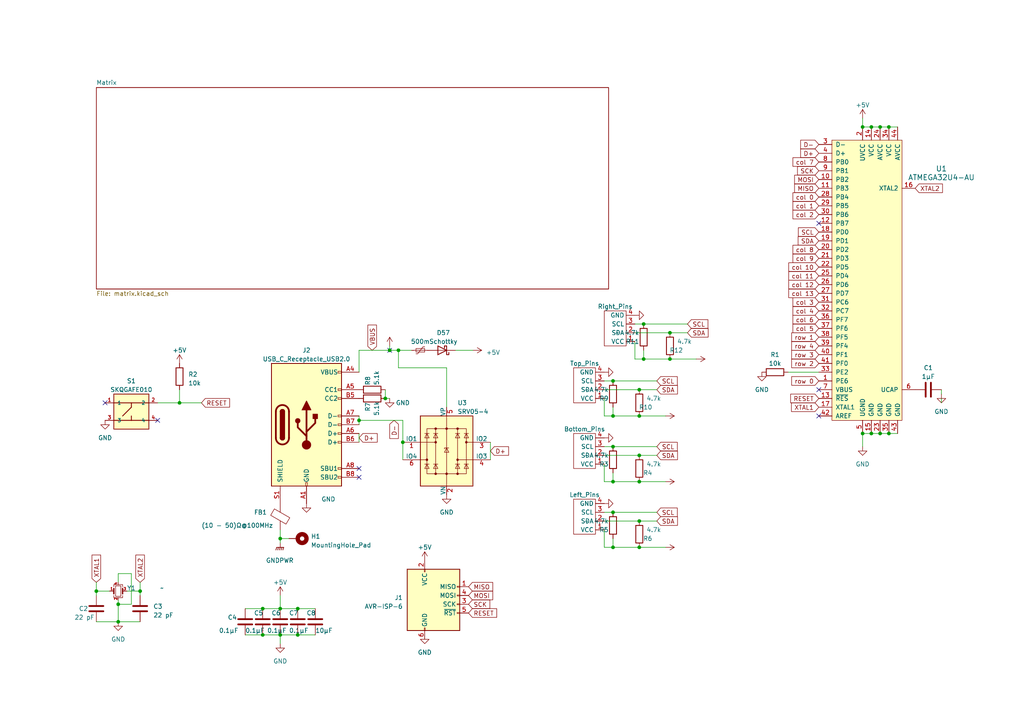
<source format=kicad_sch>
(kicad_sch (version 20230121) (generator eeschema)
  (paper "A4")
  (title_block (title " Keyflex QWERTY [P.O.D] (C) Rithul K") (date "2023-06-09") (rev "v 1.0.0"))
  (lib_symbols
    (symbol "Connector:AVR-ISP-6" (pin_names (offset 1.016))
      (property "Reference" "J" (at -6.35 11.43 0))
      (property "Value" "AVR-ISP-6" (at 0 11.43 0))
      (symbol "AVR-ISP-6_0_1"
        (rectangle (start -2.667 -6.858) (end -2.413 -7.62))
        (rectangle (start -2.667 10.16) (end -2.413 9.398))
        (rectangle (start 7.62 -2.413) (end 6.858 -2.667))
        (rectangle (start 7.62 0.127) (end 6.858 -0.127))
        (rectangle (start 7.62 2.667) (end 6.858 2.413))
        (rectangle (start 7.62 5.207) (end 6.858 4.953))
        (rectangle (start 7.62 10.16) (end -7.62 -7.62) (stroke (width 0.254)) (fill (type background)))
      )
      (symbol "AVR-ISP-6_1_1"
        (pin passive line (at 10.16 5.08 180) (length 2.54) (name "MISO") (number "1"))
        (pin passive line (at -2.54 12.7 270) (length 2.54) (name "VCC") (number "2"))
        (pin passive line (at 10.16 0 180) (length 2.54) (name "SCK") (number "3"))
        (pin passive line (at 10.16 2.54 180) (length 2.54) (name "MOSI") (number "4"))
        (pin passive line (at 10.16 -2.54 180) (length 2.54) (name "~{RST}") (number "5"))
        (pin passive line (at -2.54 -10.16 90) (length 2.54) (name "GND") (number "6"))
      )
    )
    (symbol "Connector:USB_C_Receptacle_USB2.0" (pin_names (offset 1.016))
      (property "Reference" "J" (at -10.16 19.05 0))
      (property "Value" "USB_C_Receptacle_USB2.0" (at 19.05 19.05 0))
      (symbol "USB_C_Receptacle_USB2.0_0_0"
        (rectangle (start -0.254 -17.78) (end 0.254 -16.764))
        (rectangle (start 10.16 -14.986) (end 9.144 -15.494))
        (rectangle (start 10.16 -12.446) (end 9.144 -12.954))
        (rectangle (start 10.16 -4.826) (end 9.144 -5.334))
        (rectangle (start 10.16 -2.286) (end 9.144 -2.794))
        (rectangle (start 10.16 0.254) (end 9.144 -0.254))
        (rectangle (start 10.16 2.794) (end 9.144 2.286))
        (rectangle (start 10.16 7.874) (end 9.144 7.366))
        (rectangle (start 10.16 10.414) (end 9.144 9.906))
        (rectangle (start 10.16 15.494) (end 9.144 14.986))
      )
      (symbol "USB_C_Receptacle_USB2.0_0_1"
        (rectangle (start -10.16 17.78) (end 10.16 -17.78) (stroke (width 0.254)) (fill (type background)))
        (arc (start -8.89 -3.81) (mid -6.985 -5.7067) (end -5.08 -3.81) (stroke (width 0.508)))
        (arc (start -7.62 -3.81) (mid -6.985 -4.4423) (end -6.35 -3.81) (stroke (width 0.254)))
        (arc (start -7.62 -3.81) (mid -6.985 -4.4423) (end -6.35 -3.81) (stroke (width 0.254)) (fill (type outline)))
        (rectangle (start -7.62 -3.81) (end -6.35 3.81) (stroke (width 0.254)) (fill (type outline)))
        (arc (start -6.35 3.81) (mid -6.985 4.4423) (end -7.62 3.81) (stroke (width 0.254)))
        (arc (start -6.35 3.81) (mid -6.985 4.4423) (end -7.62 3.81) (stroke (width 0.254)) (fill (type outline)))
        (arc (start -5.08 3.81) (mid -6.985 5.7067) (end -8.89 3.81) (stroke (width 0.508)))
        (circle (center -2.54 1.143) (radius 0.635) (stroke (width 0.254)) (fill (type outline)))
        (circle (center 0 -5.842) (radius 1.27) (fill (type outline)))
        (polyline (pts (xy -8.89 -3.81) (xy -8.89 3.81)) (stroke (width 0.508)))
        (polyline (pts (xy -5.08 3.81) (xy -5.08 -3.81)) (stroke (width 0.508)))
        (polyline (pts (xy 0 -5.842) (xy 0 4.318)) (stroke (width 0.508)))
        (polyline (pts (xy 0 -3.302) (xy -2.54 -0.762) (xy -2.54 0.508)) (stroke (width 0.508)))
        (polyline (pts (xy 0 -2.032) (xy 2.54 0.508) (xy 2.54 1.778)) (stroke (width 0.508)))
        (polyline (pts (xy -1.27 4.318) (xy 0 6.858) (xy 1.27 4.318) (xy -1.27 4.318)) (stroke (width 0.254)) (fill (type outline)))
        (rectangle (start 1.905 1.778) (end 3.175 3.048) (stroke (width 0.254)) (fill (type outline)))
      )
      (symbol "USB_C_Receptacle_USB2.0_1_1"
        (pin passive line (at 0 -22.86 90) (length 5.08) (name "GND") (number "A1"))
        (pin passive line (at 0 -22.86 90) (length 5.08) hide (name "GND") (number "A12"))
        (pin passive line (at 15.24 15.24 180) (length 5.08) (name "VBUS") (number "A4"))
        (pin bidirectional line (at 15.24 10.16 180) (length 5.08) (name "CC1") (number "A5"))
        (pin bidirectional line (at 15.24 -2.54 180) (length 5.08) (name "D+") (number "A6"))
        (pin bidirectional line (at 15.24 2.54 180) (length 5.08) (name "D-") (number "A7"))
        (pin bidirectional line (at 15.24 -12.7 180) (length 5.08) (name "SBU1") (number "A8"))
        (pin passive line (at 15.24 15.24 180) (length 5.08) hide (name "VBUS") (number "A9"))
        (pin passive line (at 0 -22.86 90) (length 5.08) hide (name "GND") (number "B1"))
        (pin passive line (at 0 -22.86 90) (length 5.08) hide (name "GND") (number "B12"))
        (pin passive line (at 15.24 15.24 180) (length 5.08) hide (name "VBUS") (number "B4"))
        (pin bidirectional line (at 15.24 7.62 180) (length 5.08) (name "CC2") (number "B5"))
        (pin bidirectional line (at 15.24 -5.08 180) (length 5.08) (name "D+") (number "B6"))
        (pin bidirectional line (at 15.24 0 180) (length 5.08) (name "D-") (number "B7"))
        (pin bidirectional line (at 15.24 -15.24 180) (length 5.08) (name "SBU2") (number "B8"))
        (pin passive line (at 15.24 15.24 180) (length 5.08) hide (name "VBUS") (number "B9"))
        (pin passive line (at -7.62 -22.86 90) (length 5.08) (name "SHIELD") (number "S1"))
      )
    )
    (symbol "Device:C" (pin_numbers hide) (pin_names (offset 0.254))
      (property "Reference" "C" (at 0.635 2.54 0))
      (property "Value" "C" (at 0.635 -2.54 0))
      (symbol "C_0_1"
        (polyline (pts (xy -2.032 -0.762) (xy 2.032 -0.762)) (stroke (width 0.508)))
        (polyline (pts (xy -2.032 0.762) (xy 2.032 0.762)) (stroke (width 0.508)))
      )
      (symbol "C_1_1"
        (pin passive line (at 0 3.81 270) (length 2.794) (name "~") (number "1"))
        (pin passive line (at 0 -3.81 90) (length 2.794) (name "~") (number "2"))
      )
    )
    (symbol "Device:Crystal_GND24_Small" (pin_names (offset 1.016) hide)
      (property "Reference" "Y" (at 1.27 4.445 0))
      (property "Value" "Crystal_GND24_Small" (at 1.27 2.54 0))
      (symbol "Crystal_GND24_Small_0_1"
        (rectangle (start -0.762 -1.524) (end 0.762 1.524))
        (polyline (pts (xy -1.27 -0.762) (xy -1.27 0.762)) (stroke (width 0.381)))
        (polyline (pts (xy 1.27 -0.762) (xy 1.27 0.762)) (stroke (width 0.381)))
        (polyline (pts (xy -1.27 -1.27) (xy -1.27 -1.905) (xy 1.27 -1.905) (xy 1.27 -1.27)))
        (polyline (pts (xy -1.27 1.27) (xy -1.27 1.905) (xy 1.27 1.905) (xy 1.27 1.27)))
      )
      (symbol "Crystal_GND24_Small_1_1"
        (pin passive line (at -2.54 0 0) (length 1.27) (name "1") (number "1"))
        (pin passive line (at 0 -2.54 90) (length 0.635) (name "2") (number "2"))
        (pin passive line (at 2.54 0 180) (length 1.27) (name "3") (number "3"))
        (pin passive line (at 0 2.54 270) (length 0.635) (name "4") (number "4"))
      )
    )
    (symbol "Device:D_Schottky" (pin_numbers hide) (pin_names (offset 1.016) hide)
      (property "Reference" "D" (at 0 2.54 0))
      (property "Value" "D_Schottky" (at 0 -2.54 0))
      (symbol "D_Schottky_0_1"
        (polyline (pts (xy 1.27 0) (xy -1.27 0)))
        (polyline (pts (xy 1.27 1.27) (xy 1.27 -1.27) (xy -1.27 0) (xy 1.27 1.27)) (stroke (width 0.254)))
        (polyline (pts (xy -1.905 0.635) (xy -1.905 1.27) (xy -1.27 1.27) (xy -1.27 -1.27) (xy -0.635 -1.27) (xy -0.635 -0.635)) (stroke (width 0.254)))
      )
      (symbol "D_Schottky_1_1"
        (pin passive line (at -3.81 0 0) (length 2.54) (name "K") (number "1"))
        (pin passive line (at 3.81 0 180) (length 2.54) (name "A") (number "2"))
      )
    )
    (symbol "Device:FerriteBead" (pin_numbers hide) (pin_names (offset 0))
      (property "Reference" "FB" (at -3.81 0.635 90))
      (property "Value" "FerriteBead" (at 3.81 0 90))
      (symbol "FerriteBead_0_1"
        (polyline (pts (xy 0 -1.27) (xy 0 -1.2192)))
        (polyline (pts (xy 0 1.27) (xy 0 1.2954)))
        (polyline (pts (xy -2.7686 0.4064) (xy -1.7018 2.2606) (xy 2.7686 -0.3048) (xy 1.6764 -2.159) (xy -2.7686 0.4064)))
      )
      (symbol "FerriteBead_1_1"
        (pin passive line (at 0 3.81 270) (length 2.54) (name "~") (number "1"))
        (pin passive line (at 0 -3.81 90) (length 2.54) (name "~") (number "2"))
      )
    )
    (symbol "Device:Polyfuse_Small" (pin_numbers hide) (pin_names (offset 0))
      (property "Reference" "F" (at -1.905 0 90))
      (property "Value" "Polyfuse_Small" (at 1.905 0 90))
      (symbol "Polyfuse_Small_0_1"
        (rectangle (start -0.508 1.27) (end 0.508 -1.27))
        (polyline (pts (xy 0 2.54) (xy 0 -2.54)))
        (polyline (pts (xy -1.016 1.27) (xy -1.016 0.762) (xy 1.016 -0.762) (xy 1.016 -1.27)))
      )
      (symbol "Polyfuse_Small_1_1"
        (pin passive line (at 0 2.54 270) (length 0.635) (name "~") (number "1"))
        (pin passive line (at 0 -2.54 90) (length 0.635) (name "~") (number "2"))
      )
    )
    (symbol "Device:R" (pin_numbers hide) (pin_names (offset 0))
      (property "Reference" "R" (at 2.032 0 90))
      (property "Value" "R" (at 0 0 90))
      (symbol "R_0_1"
        (rectangle (start -1.016 -2.54) (end 1.016 2.54) (stroke (width 0.254)))
      )
      (symbol "R_1_1"
        (pin passive line (at 0 3.81 270) (length 1.27) (name "~") (number "1"))
        (pin passive line (at 0 -3.81 90) (length 1.27) (name "~") (number "2"))
      )
    )
    (symbol "Mechanical:MountingHole_Pad" (pin_numbers hide) (pin_names (offset 1.016) hide)
      (property "Reference" "H" (at 0 6.35 0))
      (property "Value" "MountingHole_Pad" (at 0 4.445 0))
      (symbol "MountingHole_Pad_0_1"
        (circle (center 0 1.27) (radius 1.27) (stroke (width 1.27)))
      )
      (symbol "MountingHole_Pad_1_1"
        (pin input line (at 0 -2.54 90) (length 2.54) (name "1") (number "1"))
      )
    )
    (symbol "SKQGAFE010:SKQGAFE010" (pin_names (offset 1.016))
      (property "Reference" "S" (at -5.0865 5.3408 0))
      (property "Value" "SKQGAFE010" (at -5.0819 -7.6228 0))
      (symbol "SKQGAFE010_0_0"
        (rectangle (start -5.08 -5.08) (end 5.08 5.08) (stroke (width 0.254)) (fill (type background)))
        (polyline (pts (xy -5.08 -2.54) (xy 0 -2.54)) (stroke (width 0.254)))
        (polyline (pts (xy -5.08 2.54) (xy 0 2.54)) (stroke (width 0.254)))
        (polyline (pts (xy 0 -2.54) (xy 0 -1.27)) (stroke (width 0.254)))
        (polyline (pts (xy 0 -2.54) (xy 5.08 -2.54)) (stroke (width 0.254)))
        (polyline (pts (xy 0 1.27) (xy -2.54 -1.27)) (stroke (width 0.254)))
        (polyline (pts (xy 0 2.54) (xy 0 1.27)) (stroke (width 0.254)))
        (polyline (pts (xy 0 2.54) (xy 5.08 2.54)) (stroke (width 0.254)))
        (pin passive line (at -7.62 2.54 0) (length 2.54) (name "1") (number "1"))
        (pin passive line (at 7.62 2.54 180) (length 2.54) (name "2") (number "2"))
        (pin passive line (at -7.62 -2.54 0) (length 2.54) (name "3") (number "3"))
        (pin passive line (at 7.62 -2.54 180) (length 2.54) (name "4") (number "4"))
      )
    )
    (symbol "dk_Embedded-Microcontrollers:ATMEGA32U4-AU" (pin_names (offset 1.016))
      (property "Reference" "U" (at -10.16 35.56 0))
      (property "Value" "ATMEGA32U4-AU" (at 6.35 -3.81 90))
      (symbol "ATMEGA32U4-AU_0_1"
        (rectangle (start -11.43 34.29) (end 8.89 -46.99) (fill (type background)))
      )
      (symbol "ATMEGA32U4-AU_1_1"
        (pin bidirectional line (at -15.24 -35.56 0) (length 3.81) (name "PE6") (number "1"))
        (pin bidirectional line (at -15.24 22.86 0) (length 3.81) (name "PB2") (number "10"))
        (pin bidirectional line (at -15.24 20.32 0) (length 3.81) (name "PB3") (number "11"))
        (pin bidirectional line (at -15.24 10.16 0) (length 3.81) (name "PB7") (number "12"))
        (pin input line (at -15.24 -40.64 0) (length 3.81) (name "~{RES}") (number "13"))
        (pin power_in line (at 0 38.1 270) (length 3.81) (name "VCC") (number "14"))
        (pin power_in line (at 0 -50.8 90) (length 3.81) (name "GND") (number "15"))
        (pin output line (at 12.7 20.32 180) (length 3.81) (name "XTAL2") (number "16"))
        (pin input line (at -15.24 -43.18 0) (length 3.81) (name "XTAL1") (number "17"))
        (pin bidirectional line (at -15.24 7.62 0) (length 3.81) (name "PD0") (number "18"))
        (pin bidirectional line (at -15.24 5.08 0) (length 3.81) (name "PD1") (number "19"))
        (pin power_in line (at -2.54 38.1 270) (length 3.81) (name "UVCC") (number "2"))
        (pin bidirectional line (at -15.24 2.54 0) (length 3.81) (name "PD2") (number "20"))
        (pin bidirectional line (at -15.24 0 0) (length 3.81) (name "PD3") (number "21"))
        (pin bidirectional line (at -15.24 -2.54 0) (length 3.81) (name "PD5") (number "22"))
        (pin power_in line (at 2.54 -50.8 90) (length 3.81) (name "GND") (number "23"))
        (pin power_in line (at 2.54 38.1 270) (length 3.81) (name "AVCC") (number "24"))
        (pin bidirectional line (at -15.24 -5.08 0) (length 3.81) (name "PD4") (number "25"))
        (pin bidirectional line (at -15.24 -7.62 0) (length 3.81) (name "PD6") (number "26"))
        (pin bidirectional line (at -15.24 -10.16 0) (length 3.81) (name "PD7") (number "27"))
        (pin bidirectional line (at -15.24 17.78 0) (length 3.81) (name "PB4") (number "28"))
        (pin bidirectional line (at -15.24 15.24 0) (length 3.81) (name "PB5") (number "29"))
        (pin bidirectional line (at -15.24 33.02 0) (length 3.81) (name "D-") (number "3"))
        (pin bidirectional line (at -15.24 12.7 0) (length 3.81) (name "PB6") (number "30"))
        (pin bidirectional line (at -15.24 -12.7 0) (length 3.81) (name "PC6") (number "31"))
        (pin bidirectional line (at -15.24 -15.24 0) (length 3.81) (name "PC7") (number "32"))
        (pin bidirectional line (at -15.24 -33.02 0) (length 3.81) (name "PE2") (number "33"))
        (pin power_in line (at 5.08 38.1 270) (length 3.81) (name "VCC") (number "34"))
        (pin power_in line (at 5.08 -50.8 90) (length 3.81) (name "GND") (number "35"))
        (pin bidirectional line (at -15.24 -17.78 0) (length 3.81) (name "PF7") (number "36"))
        (pin bidirectional line (at -15.24 -20.32 0) (length 3.81) (name "PF6") (number "37"))
        (pin bidirectional line (at -15.24 -22.86 0) (length 3.81) (name "PF5") (number "38"))
        (pin bidirectional line (at -15.24 -25.4 0) (length 3.81) (name "PF4") (number "39"))
        (pin bidirectional line (at -15.24 30.48 0) (length 3.81) (name "D+") (number "4"))
        (pin bidirectional line (at -15.24 -27.94 0) (length 3.81) (name "PF1") (number "40"))
        (pin bidirectional line (at -15.24 -30.48 0) (length 3.81) (name "PF0") (number "41"))
        (pin input line (at -15.24 -45.72 0) (length 3.81) (name "AREF") (number "42"))
        (pin power_in line (at 7.62 -50.8 90) (length 3.81) (name "GND") (number "43"))
        (pin power_in line (at 7.62 38.1 270) (length 3.81) (name "AVCC") (number "44"))
        (pin power_in line (at -2.54 -50.8 90) (length 3.81) (name "UGND") (number "5"))
        (pin unspecified line (at 12.7 -38.1 180) (length 3.81) (name "UCAP") (number "6"))
        (pin input line (at -15.24 -38.1 0) (length 3.81) (name "VBUS") (number "7"))
        (pin bidirectional line (at -15.24 27.94 0) (length 3.81) (name "PB0") (number "8"))
        (pin bidirectional line (at -15.24 25.4 0) (length 3.81) (name "PB1") (number "9"))
      )
    )
    (symbol "local:HTP-CON-M411PR-M"
      (property "Reference" "U" (at 0 -8.89 0))
      (symbol "HTP-CON-M411PR-M_0_1"
        (rectangle (start -2.54 3.81) (end 3.81 -6.35))
      )
      (symbol "HTP-CON-M411PR-M_1_1"
        (pin bidirectional line (at -5.08 2.54 0) (length 2.54) (name "VCC") (number "1"))
        (pin bidirectional line (at -5.08 0 0) (length 2.54) (name "SDA") (number "2"))
        (pin bidirectional line (at -5.08 -2.54 0) (length 2.54) (name "SCL") (number "3"))
        (pin bidirectional line (at -5.08 -5.08 0) (length 2.54) (name "GND") (number "4"))
      )
    )
    (symbol "marbastlib-various:SRV05-4" (pin_names (offset 0))
      (property "Reference" "U" (at -5.08 11.43 0))
      (property "Value" "SRV05-4" (at 2.54 11.43 0))
      (symbol "SRV05-4_0_0"
        (rectangle (start -5.715 6.477) (end 5.715 -6.604))
        (polyline (pts (xy -3.175 -6.604) (xy -3.175 6.477)))
        (polyline (pts (xy 3.175 6.477) (xy 3.175 -6.604)))
      )
      (symbol "SRV05-4_0_1"
        (rectangle (start -7.62 10.16) (end 7.62 -10.16) (stroke (width 0.254)) (fill (type background)))
        (circle (center -5.715 -2.54) (radius 0.2794) (fill (type outline)))
        (circle (center -3.175 -6.604) (radius 0.2794) (fill (type outline)))
        (circle (center -3.175 2.54) (radius 0.2794) (fill (type outline)))
        (circle (center -3.175 6.477) (radius 0.2794) (fill (type outline)))
        (circle (center 0 -6.604) (radius 0.2794) (fill (type outline)))
        (polyline (pts (xy -7.747 2.54) (xy -3.175 2.54)))
        (polyline (pts (xy -7.62 -2.54) (xy -5.715 -2.54)))
        (polyline (pts (xy -5.08 -3.81) (xy -6.35 -3.81)))
        (polyline (pts (xy -5.08 5.08) (xy -6.35 5.08)))
        (polyline (pts (xy -2.54 -3.81) (xy -3.81 -3.81)))
        (polyline (pts (xy -2.54 5.08) (xy -3.81 5.08)))
        (polyline (pts (xy 0 10.16) (xy 0 -10.16)))
        (polyline (pts (xy 3.81 -3.81) (xy 2.54 -3.81)))
        (polyline (pts (xy 3.81 5.08) (xy 2.54 5.08)))
        (polyline (pts (xy 6.35 -3.81) (xy 5.08 -3.81)))
        (polyline (pts (xy 6.35 5.08) (xy 5.08 5.08)))
        (polyline (pts (xy 7.62 -2.54) (xy 3.175 -2.54)))
        (polyline (pts (xy 7.62 2.54) (xy 5.715 2.54)))
        (polyline (pts (xy 0.635 0.889) (xy -0.635 0.889) (xy -0.635 0.635)))
        (polyline (pts (xy -5.08 -5.08) (xy -6.35 -5.08) (xy -5.715 -3.81) (xy -5.08 -5.08)))
        (polyline (pts (xy -5.08 3.81) (xy -6.35 3.81) (xy -5.715 5.08) (xy -5.08 3.81)))
        (polyline (pts (xy -2.54 -5.08) (xy -3.81 -5.08) (xy -3.175 -3.81) (xy -2.54 -5.08)))
        (polyline (pts (xy -2.54 3.81) (xy -3.81 3.81) (xy -3.175 5.08) (xy -2.54 3.81)))
        (polyline (pts (xy 0.635 -0.381) (xy -0.635 -0.381) (xy 0 0.889) (xy 0.635 -0.381)))
        (polyline (pts (xy 3.81 -5.08) (xy 2.54 -5.08) (xy 3.175 -3.81) (xy 3.81 -5.08)))
        (polyline (pts (xy 3.81 3.81) (xy 2.54 3.81) (xy 3.175 5.08) (xy 3.81 3.81)))
        (polyline (pts (xy 6.35 -5.08) (xy 5.08 -5.08) (xy 5.715 -3.81) (xy 6.35 -5.08)))
        (polyline (pts (xy 6.35 3.81) (xy 5.08 3.81) (xy 5.715 5.08) (xy 6.35 3.81)))
        (circle (center 0 6.477) (radius 0.2794) (fill (type outline)))
        (circle (center 3.175 -6.604) (radius 0.2794) (fill (type outline)))
        (circle (center 3.175 -2.54) (radius 0.2794) (fill (type outline)))
        (circle (center 3.175 6.477) (radius 0.2794) (fill (type outline)))
        (circle (center 5.715 2.54) (radius 0.2794) (fill (type outline)))
      )
      (symbol "SRV05-4_1_1"
        (pin passive line (at -12.7 2.54 0) (length 5.08) (name "IO1") (number "1"))
        (pin passive line (at 0 -12.7 90) (length 2.54) (name "VN") (number "2"))
        (pin passive line (at 12.7 2.54 180) (length 5.08) (name "IO2") (number "3"))
        (pin passive line (at 12.7 -2.54 180) (length 5.08) (name "IO3") (number "4"))
        (pin passive line (at 0 12.7 270) (length 2.54) (name "VP") (number "5"))
        (pin passive line (at -12.7 -2.54 0) (length 5.08) (name "IO4") (number "6"))
      )
    )
    (symbol "power:+5V" (power) (pin_names (offset 0))
      (property "Value" "+5V" (at 0 3.556 0))
      (symbol "+5V_0_1"
        (polyline (pts (xy -0.762 1.27) (xy 0 2.54)))
        (polyline (pts (xy 0 0) (xy 0 2.54)))
        (polyline (pts (xy 0 2.54) (xy 0.762 1.27)))
      )
      (symbol "+5V_1_1"
        (pin power_in line (at 0 0 90) (length 0) hide (name "+5V") (number "1"))
      )
    )
    (symbol "power:GND" (power) (pin_names (offset 0))
      (property "Value" "GND" (at 0 -3.81 0))
      (symbol "GND_0_1"
        (polyline (pts (xy 0 0) (xy 0 -1.27) (xy 1.27 -1.27) (xy 0 -2.54) (xy -1.27 -1.27) (xy 0 -1.27)))
      )
      (symbol "GND_1_1"
        (pin power_in line (at 0 0 270) (length 0) hide (name "GND") (number "1"))
      )
    )
    (symbol "power:GNDPWR" (power) (pin_names (offset 0))
      (property "Value" "GNDPWR" (at 0 -3.302 0))
      (symbol "GNDPWR_0_1"
        (polyline (pts (xy 0 -1.27) (xy 0 0)))
        (polyline (pts (xy -1.016 -1.27) (xy -1.27 -2.032) (xy -1.27 -2.032)) (stroke (width 0.2032)))
        (polyline (pts (xy -0.508 -1.27) (xy -0.762 -2.032) (xy -0.762 -2.032)) (stroke (width 0.2032)))
        (polyline (pts (xy 0 -1.27) (xy -0.254 -2.032) (xy -0.254 -2.032)) (stroke (width 0.2032)))
        (polyline (pts (xy 0.508 -1.27) (xy 0.254 -2.032) (xy 0.254 -2.032)) (stroke (width 0.2032)))
        (polyline (pts (xy 1.016 -1.27) (xy -1.016 -1.27) (xy -1.016 -1.27)) (stroke (width 0.2032)))
        (polyline (pts (xy 1.016 -1.27) (xy 0.762 -2.032) (xy 0.762 -2.032) (xy 0.762 -2.032)) (stroke (width 0.2032)))
      )
      (symbol "GNDPWR_1_1"
        (pin power_in line (at 0 0 270) (length 0) hide (name "GNDPWR") (number "1"))
      )
    )
    (symbol "power:VCC" (power) (pin_names (offset 0))
      (property "Value" "VCC" (at 0 3.81 0))
      (symbol "VCC_0_1"
        (polyline (pts (xy -0.762 1.27) (xy 0 2.54)))
        (polyline (pts (xy 0 0) (xy 0 2.54)))
        (polyline (pts (xy 0 2.54) (xy 0.762 1.27)))
      )
      (symbol "VCC_1_1"
        (pin power_in line (at 0 0 90) (length 0) hide (name "VCC") (number "1"))
      )
    )
  )
  (junction (at 76.2 184.15))
  (junction (at 177.8 129.54))
  (junction (at 111.76 115.57))
  (junction (at 185.42 158.75))
  (junction (at 116.84 128.27))
  (junction (at 252.73 125.73))
  (junction (at 104.14 121.92))
  (junction (at 250.19 36.83))
  (junction (at 257.81 125.73))
  (junction (at 177.8 158.75))
  (junction (at 86.36 176.53))
  (junction (at 250.19 125.73))
  (junction (at 255.27 125.73))
  (junction (at 177.8 139.7))
  (junction (at 185.42 132.08))
  (junction (at 81.28 184.15))
  (junction (at 86.36 184.15))
  (junction (at 185.42 151.13))
  (junction (at 81.28 176.53))
  (junction (at 194.31 104.14))
  (junction (at 27.94 171.45))
  (junction (at 185.42 139.7))
  (junction (at 76.2 176.53))
  (junction (at 113.03 101.6))
  (junction (at 257.81 36.83))
  (junction (at 40.64 171.45))
  (junction (at 115.57 101.6))
  (junction (at 186.69 104.14))
  (junction (at 255.27 36.83))
  (junction (at 186.69 93.98))
  (junction (at 177.8 120.65))
  (junction (at 177.8 148.59))
  (junction (at 34.29 175.26))
  (junction (at 34.29 180.34))
  (junction (at 252.73 36.83))
  (junction (at 81.28 156.21))
  (junction (at 194.31 96.52))
  (junction (at 185.42 113.03))
  (junction (at 177.8 110.49))
  (junction (at 52.07 116.84))
  (junction (at 185.42 120.65))
  (no_connect (at 45.72 121.92))
  (no_connect (at 104.14 138.43))
  (no_connect (at 113.03 101.6))
  (no_connect (at 237.49 64.77))
  (no_connect (at 30.48 116.84))
  (no_connect (at 104.14 135.89))
  (no_connect (at 237.49 120.65))
  (no_connect (at 237.49 113.03))
  (wire (pts (xy 250.19 34.29) (xy 250.19 36.83)))
  (wire (pts (xy 76.2 184.15) (xy 81.28 184.15)))
  (wire (pts (xy 129.54 106.68) (xy 115.57 106.68)))
  (wire (pts (xy 255.27 125.73) (xy 257.81 125.73)))
  (wire (pts (xy 190.5 151.13) (xy 185.42 151.13)))
  (wire (pts (xy 81.28 184.15) (xy 86.36 184.15)))
  (wire (pts (xy 104.14 125.73) (xy 104.14 128.27)))
  (wire (pts (xy 113.03 101.6) (xy 115.57 101.6)))
  (wire (pts (xy 27.94 168.91) (xy 27.94 171.45)))
  (wire (pts (xy 185.42 158.75) (xy 177.8 158.75)))
  (wire (pts (xy 34.29 168.91) (xy 34.29 166.37)))
  (wire (pts (xy 123.19 185.42) (xy 123.19 184.15)))
  (wire (pts (xy 237.49 107.95) (xy 228.6 107.95)))
  (wire (pts (xy 52.07 116.84) (xy 45.72 116.84)))
  (wire (pts (xy 177.8 139.7) (xy 175.26 139.7)))
  (wire (pts (xy 81.28 156.21) (xy 81.28 153.67)))
  (wire (pts (xy 31.75 171.45) (xy 27.94 171.45)))
  (wire (pts (xy 34.29 175.26) (xy 34.29 180.34)))
  (wire (pts (xy 52.07 113.03) (xy 52.07 116.84)))
  (wire (pts (xy 129.54 118.11) (xy 129.54 106.68)))
  (wire (pts (xy 177.8 158.75) (xy 175.26 158.75)))
  (wire (pts (xy 104.14 121.92) (xy 104.14 123.19)))
  (wire (pts (xy 113.03 100.33) (xy 113.03 101.6)))
  (wire (pts (xy 177.8 120.65) (xy 177.8 118.11)))
  (wire (pts (xy 111.76 113.03) (xy 111.76 115.57)))
  (wire (pts (xy 193.04 158.75) (xy 185.42 158.75)))
  (wire (pts (xy 115.57 106.68) (xy 115.57 101.6)))
  (wire (pts (xy 104.14 120.65) (xy 104.14 121.92)))
  (wire (pts (xy 177.8 148.59) (xy 190.5 148.59)))
  (wire (pts (xy 86.36 176.53) (xy 91.44 176.53)))
  (wire (pts (xy 175.26 158.75) (xy 175.26 153.67)))
  (wire (pts (xy 175.26 151.13) (xy 185.42 151.13)))
  (wire (pts (xy 177.8 129.54) (xy 175.26 129.54)))
  (wire (pts (xy 115.57 101.6) (xy 119.38 101.6)))
  (wire (pts (xy 273.05 113.03) (xy 273.05 114.3)))
  (wire (pts (xy 201.93 104.14) (xy 194.31 104.14)))
  (wire (pts (xy 250.19 125.73) (xy 252.73 125.73)))
  (wire (pts (xy 104.14 107.95) (xy 104.14 101.6)))
  (wire (pts (xy 193.04 120.65) (xy 185.42 120.65)))
  (wire (pts (xy 199.39 96.52) (xy 194.31 96.52)))
  (wire (pts (xy 186.69 104.14) (xy 184.15 104.14)))
  (wire (pts (xy 27.94 171.45) (xy 27.94 172.72)))
  (wire (pts (xy 116.84 128.27) (xy 116.84 133.35)))
  (wire (pts (xy 113.03 115.57) (xy 111.76 115.57)))
  (wire (pts (xy 116.84 121.92) (xy 116.84 128.27)))
  (wire (pts (xy 81.28 184.15) (xy 81.28 186.69)))
  (wire (pts (xy 184.15 96.52) (xy 194.31 96.52)))
  (wire (pts (xy 104.14 121.92) (xy 116.84 121.92)))
  (wire (pts (xy 250.19 125.73) (xy 250.19 129.54)))
  (wire (pts (xy 190.5 113.03) (xy 185.42 113.03)))
  (wire (pts (xy 175.26 113.03) (xy 185.42 113.03)))
  (wire (pts (xy 81.28 157.48) (xy 81.28 156.21)))
  (wire (pts (xy 142.24 128.27) (xy 142.24 133.35)))
  (wire (pts (xy 177.8 148.59) (xy 175.26 148.59)))
  (wire (pts (xy 257.81 125.73) (xy 260.35 125.73)))
  (wire (pts (xy 81.28 176.53) (xy 86.36 176.53)))
  (wire (pts (xy 186.69 93.98) (xy 184.15 93.98)))
  (wire (pts (xy 184.15 104.14) (xy 184.15 99.06)))
  (wire (pts (xy 83.82 156.21) (xy 81.28 156.21)))
  (wire (pts (xy 255.27 36.83) (xy 257.81 36.83)))
  (wire (pts (xy 58.42 116.84) (xy 52.07 116.84)))
  (wire (pts (xy 104.14 101.6) (xy 113.03 101.6)))
  (wire (pts (xy 273.05 115.57) (xy 273.05 116.84)))
  (wire (pts (xy 185.42 139.7) (xy 177.8 139.7)))
  (wire (pts (xy 86.36 184.15) (xy 91.44 184.15)))
  (wire (pts (xy 177.8 158.75) (xy 177.8 156.21)))
  (wire (pts (xy 34.29 166.37) (xy 38.1 166.37)))
  (wire (pts (xy 257.81 36.83) (xy 260.35 36.83)))
  (wire (pts (xy 27.94 180.34) (xy 34.29 180.34)))
  (wire (pts (xy 38.1 166.37) (xy 38.1 175.26)))
  (wire (pts (xy 177.8 110.49) (xy 175.26 110.49)))
  (wire (pts (xy 193.04 139.7) (xy 185.42 139.7)))
  (wire (pts (xy 194.31 104.14) (xy 186.69 104.14)))
  (wire (pts (xy 175.26 139.7) (xy 175.26 134.62)))
  (wire (pts (xy 81.28 176.53) (xy 81.28 172.72)))
  (wire (pts (xy 175.26 120.65) (xy 175.26 115.57)))
  (wire (pts (xy 34.29 180.34) (xy 40.64 180.34)))
  (wire (pts (xy 40.64 168.91) (xy 40.64 171.45)))
  (wire (pts (xy 185.42 120.65) (xy 177.8 120.65)))
  (wire (pts (xy 137.16 101.6) (xy 132.08 101.6)))
  (wire (pts (xy 38.1 175.26) (xy 34.29 175.26)))
  (wire (pts (xy 177.8 110.49) (xy 190.5 110.49)))
  (wire (pts (xy 175.26 132.08) (xy 185.42 132.08)))
  (wire (pts (xy 186.69 93.98) (xy 199.39 93.98)))
  (wire (pts (xy 252.73 36.83) (xy 255.27 36.83)))
  (wire (pts (xy 177.8 139.7) (xy 177.8 137.16)))
  (wire (pts (xy 40.64 171.45) (xy 40.64 172.72)))
  (wire (pts (xy 71.12 184.15) (xy 76.2 184.15)))
  (wire (pts (xy 36.83 171.45) (xy 40.64 171.45)))
  (wire (pts (xy 252.73 125.73) (xy 255.27 125.73)))
  (wire (pts (xy 250.19 36.83) (xy 252.73 36.83)))
  (wire (pts (xy 186.69 104.14) (xy 186.69 101.6)))
  (wire (pts (xy 177.8 129.54) (xy 190.5 129.54)))
  (wire (pts (xy 190.5 132.08) (xy 185.42 132.08)))
  (wire (pts (xy 81.28 176.53) (xy 76.2 176.53)))
  (wire (pts (xy 71.12 176.53) (xy 76.2 176.53)))
  (wire (pts (xy 177.8 120.65) (xy 175.26 120.65)))
  (wire (pts (xy 34.29 173.99) (xy 34.29 175.26)))
  (global_label "SDA" (shape input) (at 237.49 69.85 180) (property "Intersheetrefs" "${INTERSHEET_REFS}" (effects hide)))
  (global_label "XTAL1" (shape input) (at 27.94 168.91 90) (property "Intersheetrefs" "${INTERSHEET_REFS}" (effects hide)))
  (global_label "SDA" (shape input) (at 190.5 151.13 0) (property "Intersheetrefs" "${INTERSHEET_REFS}" (effects hide)))
  (global_label "col 6" (shape input) (at 237.49 92.71 180) (property "Intersheetrefs" "${INTERSHEET_REFS}" (effects hide)))
  (global_label "col 13" (shape input) (at 237.49 85.09 180) (property "Intersheetrefs" "${INTERSHEET_REFS}" (effects hide)))
  (global_label "SCL" (shape input) (at 199.39 93.98 0) (property "Intersheetrefs" "${INTERSHEET_REFS}" (effects hide)))
  (global_label "row 4" (shape input) (at 237.49 100.33 180) (property "Intersheetrefs" "${INTERSHEET_REFS}" (effects hide)))
  (global_label "SCK" (shape input) (at 237.49 49.53 180) (property "Intersheetrefs" "${INTERSHEET_REFS}" (effects hide)))
  (global_label "MOSI" (shape input) (at 237.49 52.07 180) (property "Intersheetrefs" "${INTERSHEET_REFS}" (effects hide)))
  (global_label "MISO" (shape input) (at 135.89 170.18 0) (property "Intersheetrefs" "${INTERSHEET_REFS}" (effects hide)))
  (global_label "col 1" (shape input) (at 237.49 59.69 180) (property "Intersheetrefs" "${INTERSHEET_REFS}" (effects hide)))
  (global_label "SDA" (shape input) (at 190.5 113.03 0) (property "Intersheetrefs" "${INTERSHEET_REFS}" (effects hide)))
  (global_label "row 2" (shape input) (at 237.49 105.41 180) (property "Intersheetrefs" "${INTERSHEET_REFS}" (effects hide)))
  (global_label "col 2" (shape input) (at 237.49 62.23 180) (property "Intersheetrefs" "${INTERSHEET_REFS}" (effects hide)))
  (global_label "MISO" (shape input) (at 237.49 54.61 180) (property "Intersheetrefs" "${INTERSHEET_REFS}" (effects hide)))
  (global_label "VBUS" (shape input) (at 107.95 101.6 90) (property "Intersheetrefs" "${INTERSHEET_REFS}" (effects hide)))
  (global_label "MOSI" (shape input) (at 135.89 172.72 0) (property "Intersheetrefs" "${INTERSHEET_REFS}" (effects hide)))
  (global_label "D+" (shape input) (at 142.24 130.81 0) (property "Intersheetrefs" "${INTERSHEET_REFS}" (effects hide)))
  (global_label "col 9" (shape input) (at 237.49 74.93 180) (property "Intersheetrefs" "${INTERSHEET_REFS}" (effects hide)))
  (global_label "SCK" (shape input) (at 135.89 175.26 0) (property "Intersheetrefs" "${INTERSHEET_REFS}" (effects hide)))
  (global_label "col 3" (shape input) (at 237.49 87.63 180) (property "Intersheetrefs" "${INTERSHEET_REFS}" (effects hide)))
  (global_label "SCL" (shape input) (at 237.49 67.31 180) (property "Intersheetrefs" "${INTERSHEET_REFS}" (effects hide)))
  (global_label "RESET" (shape input) (at 58.42 116.84 0) (property "Intersheetrefs" "${INTERSHEET_REFS}" (effects hide)))
  (global_label "col 5" (shape input) (at 237.49 95.25 180) (property "Intersheetrefs" "${INTERSHEET_REFS}" (effects hide)))
  (global_label "XTAL2" (shape input) (at 40.64 168.91 90) (property "Intersheetrefs" "${INTERSHEET_REFS}" (effects hide)))
  (global_label "D+" (shape input) (at 237.49 44.45 180) (property "Intersheetrefs" "${INTERSHEET_REFS}" (effects hide)))
  (global_label "col 8" (shape input) (at 237.49 72.39 180) (property "Intersheetrefs" "${INTERSHEET_REFS}" (effects hide)))
  (global_label "SDA" (shape input) (at 190.5 132.08 0) (property "Intersheetrefs" "${INTERSHEET_REFS}" (effects hide)))
  (global_label "RESET" (shape input) (at 237.49 115.57 180) (property "Intersheetrefs" "${INTERSHEET_REFS}" (effects hide)))
  (global_label "RESET" (shape input) (at 135.89 177.8 0) (property "Intersheetrefs" "${INTERSHEET_REFS}" (effects hide)))
  (global_label "col 0" (shape input) (at 237.49 57.15 180) (property "Intersheetrefs" "${INTERSHEET_REFS}" (effects hide)))
  (global_label "row 1" (shape input) (at 237.49 97.79 180) (property "Intersheetrefs" "${INTERSHEET_REFS}" (effects hide)))
  (global_label "row 0" (shape input) (at 237.49 110.49 180) (property "Intersheetrefs" "${INTERSHEET_REFS}" (effects hide)))
  (global_label "col 7" (shape input) (at 237.49 46.99 180) (property "Intersheetrefs" "${INTERSHEET_REFS}" (effects hide)))
  (global_label "row 3" (shape input) (at 237.49 102.87 180) (property "Intersheetrefs" "${INTERSHEET_REFS}" (effects hide)))
  (global_label "D-" (shape input) (at 237.49 41.91 180) (property "Intersheetrefs" "${INTERSHEET_REFS}" (effects hide)))
  (global_label "D-" (shape input) (at 114.3 121.92 270) (property "Intersheetrefs" "${INTERSHEET_REFS}" (effects hide)))
  (global_label "col 12" (shape input) (at 237.49 82.55 180) (property "Intersheetrefs" "${INTERSHEET_REFS}" (effects hide)))
  (global_label "SCL" (shape input) (at 190.5 110.49 0) (property "Intersheetrefs" "${INTERSHEET_REFS}" (effects hide)))
  (global_label "XTAL1" (shape input) (at 237.49 118.11 180) (property "Intersheetrefs" "${INTERSHEET_REFS}" (effects hide)))
  (global_label "SCL" (shape input) (at 190.5 148.59 0) (property "Intersheetrefs" "${INTERSHEET_REFS}" (effects hide)))
  (global_label "D+" (shape input) (at 104.14 127 0) (property "Intersheetrefs" "${INTERSHEET_REFS}" (effects hide)))
  (global_label "SCL" (shape input) (at 190.5 129.54 0) (property "Intersheetrefs" "${INTERSHEET_REFS}" (effects hide)))
  (global_label "col 10" (shape input) (at 237.49 77.47 180) (property "Intersheetrefs" "${INTERSHEET_REFS}" (effects hide)))
  (global_label "SDA" (shape input) (at 199.39 96.52 0) (property "Intersheetrefs" "${INTERSHEET_REFS}" (effects hide)))
  (global_label "XTAL2" (shape input) (at 265.43 54.61 0) (property "Intersheetrefs" "${INTERSHEET_REFS}" (effects hide)))
  (global_label "col 11" (shape input) (at 237.49 80.01 180) (property "Intersheetrefs" "${INTERSHEET_REFS}" (effects hide)))
  (global_label "col 4" (shape input) (at 237.49 90.17 180) (property "Intersheetrefs" "${INTERSHEET_REFS}" (effects hide)))
  (symbol (lib_id "power:GND") (at 175.26 107.95 90) (unit 1)
    (property "Reference" "#PWR022" (effects hide))
    (property "Value" "GND" (effects hide))
  )
  (symbol (lib_id "Device:C") (at 91.44 180.34 0) (unit 1)
    (property "Reference" "C8" (at 88.9 177.8 0) (effects (justify left)))
    (property "Value" "10µF" (at 91.44 182.88 0) (effects (justify left)))
  )
  (symbol (lib_id "Mechanical:MountingHole_Pad") (at 86.36 156.21 270) (unit 1)
    (property "Reference" "H1" (at 90.17 155.575 90) (effects (justify left)))
    (property "Value" "MountingHole_Pad" (at 90.17 158.115 90) (effects (justify left)))
  )
  (symbol (lib_id "power:+5V") (at 123.19 162.56 0) (unit 1)
    (property "Reference" "#PWR08" (effects hide))
    (property "Value" "+5V" (at 123.19 158.75 0))
  )
  (symbol (lib_id "Device:R") (at 52.07 109.22 0) (unit 1)
    (property "Reference" "R2" (at 54.61 108.585 0) (effects (justify left)))
    (property "Value" "10k" (at 54.61 111.125 0) (effects (justify left)))
  )
  (symbol (lib_id "power:GND") (at 184.15 91.44 90) (unit 1)
    (property "Reference" "#PWR024" (effects hide))
    (property "Value" "GND" (effects hide))
  )
  (symbol (lib_id "power:GND") (at 175.26 146.05 90) (unit 1)
    (property "Reference" "#PWR016" (effects hide))
    (property "Value" "GND" (effects hide))
  )
  (symbol (lib_id "power:GND") (at 81.28 186.69 0) (unit 1)
    (property "Reference" "#PWR06" (effects hide))
    (property "Value" "GND" (at 81.28 191.77 0))
  )
  (symbol (lib_id "Device:C") (at 27.94 176.53 0) (unit 1)
    (property "Reference" "C2" (at 22.86 176.53 0) (effects (justify left)))
    (property "Value" "22 pF" (at 21.59 179.07 0) (effects (justify left)))
  )
  (symbol (lib_id "power:+5V") (at 201.93 104.14 270) (unit 1)
    (property "Reference" "#PWR025" (effects hide))
    (property "Value" "+5V" (effects hide))
  )
  (symbol (lib_id "Device:C") (at 81.28 180.34 0) (unit 1)
    (property "Reference" "C6" (at 78.74 177.8 0) (effects (justify left)))
    (property "Value" "0.1µF" (at 77.47 182.88 0) (effects (justify left)))
  )
  (symbol (lib_id "Device:R") (at 107.95 115.57 270) (unit 1)
    (property "Reference" "R7" (at 106.68 119.38 0) (effects (justify right)))
    (property "Value" "5.1k" (at 109.22 120.65 0) (effects (justify right)))
  )
  (symbol (lib_id "power:GND") (at 30.48 121.92 0) (unit 1)
    (property "Reference" "#PWR010" (effects hide))
    (property "Value" "GND" (at 30.48 127 0))
  )
  (symbol (lib_id "Device:R") (at 185.42 116.84 0) (unit 1)
    (property "Reference" "R10" (at 189.23 118.11 0) (effects (justify right)))
    (property "Value" "4.7k" (at 191.77 115.57 0) (effects (justify right)))
  )
  (symbol (lib_id "Device:C") (at 269.24 113.03 90) (unit 1)
    (property "Reference" "C1" (at 269.24 106.68 90))
    (property "Value" "1µF" (at 269.24 109.22 90))
  )
  (symbol (lib_id "power:GND") (at 88.9 146.05 0) (unit 1)
    (property "Reference" "#PWR014" (effects hide))
    (property "Value" "GND" (at 95.25 144.78 0))
  )
  (symbol (lib_id "Device:D_Schottky") (at 128.27 101.6 180) (unit 1)
    (property "Reference" "D57" (at 128.5875 96.52 0))
    (property "Value" "Schottky" (at 128.5875 99.06 0))
  )
  (symbol (lib_id "local:HTP-CON-M411PR-M") (at 170.18 151.13 180) (unit 1)
    (property "Reference" "Left_Pins" (at 169.545 143.51 0))
    (property "Value" "~" (at 170.18 151.13 0))
  )
  (symbol (lib_id "power:GND") (at 220.98 107.95 0) (unit 1)
    (property "Reference" "#PWR03" (effects hide))
    (property "Value" "GND" (at 220.98 113.03 0))
  )
  (symbol (lib_id "marbastlib-various:SRV05-4") (at 129.54 130.81 0) (unit 1)
    (property "Reference" "U3" (at 132.6897 116.84 0) (effects (justify left)))
    (property "Value" "SRV05-4" (at 132.6897 119.38 0) (effects (justify left)))
    (property "Footprint" "PCM_marbastlib-various:SOT-23-6-routable" (effects hide))
    (property "Datasheet" "http://www.onsemi.com/pub/Collateral/SRV05-4-D.PDF" (effects hide))
  )
  (symbol (lib_id "Device:R") (at 177.8 114.3 0) (unit 1)
    (property "Reference" "R9" (at 176.53 115.57 0) (effects (justify right)))
    (property "Value" "4.7k" (at 176.53 113.03 0) (effects (justify right)))
  )
  (symbol (lib_id "power:GND") (at 129.54 143.51 0) (unit 1)
    (property "Reference" "#PWR015" (effects hide))
    (property "Value" "GND" (at 129.54 148.59 0))
  )
  (symbol (lib_id "Device:R") (at 224.79 107.95 270) (unit 1)
    (property "Reference" "R1" (at 224.79 102.87 90))
    (property "Value" "10k" (at 224.79 105.41 90))
  )
  (symbol (lib_id "power:+5V") (at 137.16 101.6 270) (unit 1)
    (property "Reference" "#PWR013" (effects hide))
    (property "Value" "+5V" (at 140.97 102.235 90) (effects (justify left)))
  )
  (symbol (lib_id "Connector:USB_C_Receptacle_USB2.0") (at 88.9 123.19 0) (unit 1)
    (property "Reference" "J2" (at 88.9 101.6 0))
    (property "Value" "USB_C_Receptacle_USB2.0" (at 88.9 104.14 0))
    (property "Footprint" "Connector_USB:USB_C_Receptacle_G-Switch_GT-USB-7010ASV" (effects hide))
    (property "Datasheet" "https://www.usb.org/sites/default/files/documents/usb_type-c.zip" (effects hide))
  )
  (symbol (lib_id "power:+5V") (at 193.04 158.75 270) (unit 1)
    (property "Reference" "#PWR017" (effects hide))
    (property "Value" "+5V" (effects hide))
  )
  (symbol (lib_id "Device:C") (at 71.12 180.34 0) (unit 1)
    (property "Reference" "C4" (at 66.04 179.07 0) (effects (justify left)))
    (property "Value" "0.1µF" (at 63.5 182.88 0) (effects (justify left)))
  )
  (symbol (lib_id "power:VCC") (at 113.03 100.33 0) (unit 1)
    (property "Reference" "#PWR012" (effects hide))
    (property "Value" "VCC" (effects hide))
  )
  (symbol (lib_id "power:GND") (at 113.03 115.57 0) (unit 1)
    (property "Reference" "#PWR018" (effects hide))
    (property "Value" "GND" (at 116.84 116.84 0))
  )
  (symbol (lib_id "Connector:AVR-ISP-6") (at 125.73 175.26 0) (unit 1)
    (property "Reference" "J1" (at 116.84 173.355 0) (effects (justify right)))
    (property "Value" "AVR-ISP-6" (at 116.84 175.895 0) (effects (justify right)))
    (property "Datasheet" " ~" (effects hide))
  )
  (symbol (lib_id "Device:C") (at 40.64 176.53 0) (unit 1)
    (property "Reference" "C3" (at 44.45 175.895 0) (effects (justify left)))
    (property "Value" "22 pF" (at 44.45 178.435 0) (effects (justify left)))
  )
  (symbol (lib_id "power:GND") (at 34.29 180.34 0) (unit 1)
    (property "Reference" "#PWR05" (effects hide))
    (property "Value" "GND" (at 34.29 185.42 0))
  )
  (symbol (lib_id "Device:R") (at 194.31 100.33 0) (unit 1)
    (property "Reference" "R12" (at 198.12 101.6 0) (effects (justify right)))
    (property "Value" "4.7k" (at 200.66 99.06 0) (effects (justify right)))
  )
  (symbol (lib_id "power:+5V") (at 250.19 34.29 0) (unit 1)
    (property "Reference" "#PWR01" (effects hide))
    (property "Value" "+5V" (at 250.19 30.48 0))
  )
  (symbol (lib_id "Device:Crystal_GND24_Small") (at 34.29 171.45 0) (unit 1)
    (property "Reference" "Y1" (at 38.1 170.5611 0))
    (property "Value" "~" (at 46.99 170.5611 0))
  )
  (symbol (lib_id "Device:R") (at 177.8 133.35 0) (unit 1)
    (property "Reference" "R3" (at 176.53 134.62 0) (effects (justify right)))
    (property "Value" "4.7k" (at 176.53 132.08 0) (effects (justify right)))
  )
  (symbol (lib_id "power:GND") (at 273.05 114.3 0) (unit 1)
    (property "Reference" "#PWR04" (effects hide))
    (property "Value" "GND" (at 273.05 119.38 0))
  )
  (symbol (lib_id "local:HTP-CON-M411PR-M") (at 179.07 96.52 180) (unit 1)
    (property "Reference" "Right_Pins" (at 178.435 88.9 0))
    (property "Value" "~" (at 179.07 96.52 0))
  )
  (symbol (lib_id "Device:R") (at 186.69 97.79 0) (unit 1)
    (property "Reference" "R11" (at 185.42 99.06 0) (effects (justify right)))
    (property "Value" "4.7k" (at 185.42 96.52 0) (effects (justify right)))
  )
  (symbol (lib_id "Device:R") (at 177.8 152.4 0) (unit 1)
    (property "Reference" "R5" (at 176.53 153.67 0) (effects (justify right)))
    (property "Value" "4.7k" (at 176.53 151.13 0) (effects (justify right)))
  )
  (symbol (lib_id "Device:Polyfuse_Small") (at 121.92 101.6 90) (unit 1)
    (property "Reference" "F1" (effects hide))
    (property "Value" "500m" (at 121.92 99.06 90))
  )
  (symbol (lib_id "Device:C") (at 76.2 180.34 0) (unit 1)
    (property "Reference" "C5" (at 73.66 177.8 0) (effects (justify left)))
    (property "Value" "0.1µF" (at 71.12 182.88 0) (effects (justify left)))
  )
  (symbol (lib_id "dk_Embedded-Microcontrollers:ATMEGA32U4-AU") (at 252.73 74.93 0) (unit 1)
    (property "Reference" "U1" (at 273.05 48.9203 0) (effects (font (size 1.524 1.524))))
    (property "Value" "ATMEGA32U4-AU" (at 273.05 51.4603 0) (effects (font (size 1.524 1.524))))
    (property "Footprint" "digikey-footprints:TQFP-44_10x10mm" (effects hide))
    (property "Datasheet" "http://ww1.microchip.com/downloads/en/DeviceDoc/Atmel-7766-8-bit-AVR-ATmega16U4-32U4_Summary.pdf" (effects hide))
    (property "Digi-Key_PN" "ATMEGA32U4-AU-ND" (effects hide))
    (property "MPN" "ATMEGA32U4-AU" (effects hide))
    (property "Category" "Integrated Circuits (ICs)" (effects hide))
    (property "Family" "Embedded - Microcontrollers" (effects hide))
    (property "DK_Datasheet_Link" "http://ww1.microchip.com/downloads/en/DeviceDoc/Atmel-7766-8-bit-AVR-ATmega16U4-32U4_Summary.pdf" (effects hide))
    (property "DK_Detail_Page" "/product-detail/en/microchip-technology/ATMEGA32U4-AU/ATMEGA32U4-AU-ND/1914602" (effects hide))
    (property "Description" "IC MCU 8BIT 32KB FLASH 44TQFP" (effects hide))
    (property "Manufacturer" "Microchip Technology" (effects hide))
    (property "Status" "Active" (effects hide))
  )
  (symbol (lib_id "SKQGAFE010:SKQGAFE010") (at 38.1 119.38 0) (unit 1)
    (property "Reference" "S1" (at 38.1 110.49 0))
    (property "Value" "SKQGAFE010" (at 38.1 113.03 0))
    (property "Footprint" "SW_SKQGAFE010" (effects hide))
    (property "STANDARD" "MANUFACTURER RECOMMENDATIONS" (effects hide))
    (property "PART_REV" "B1" (effects hide))
    (property "MANUFACTURER" "ALPS" (effects hide))
  )
  (symbol (lib_id "Device:R") (at 185.42 135.89 0) (unit 1)
    (property "Reference" "R4" (at 189.23 137.16 0) (effects (justify right)))
    (property "Value" "4.7k" (at 191.77 134.62 0) (effects (justify right)))
  )
  (symbol (lib_id "Device:R") (at 107.95 113.03 270) (unit 1)
    (property "Reference" "R8" (at 106.68 111.76 0) (effects (justify right)))
    (property "Value" "5.1k" (at 109.22 111.76 0) (effects (justify right)))
  )
  (symbol (lib_id "power:GND") (at 123.19 184.15 0) (unit 1)
    (property "Reference" "#PWR09" (effects hide))
    (property "Value" "GND" (at 123.19 189.23 0))
  )
  (symbol (lib_id "power:+5V") (at 193.04 139.7 270) (unit 1)
    (property "Reference" "#PWR021" (effects hide))
    (property "Value" "+5V" (effects hide))
  )
  (symbol (lib_id "power:GND") (at 175.26 127 90) (unit 1)
    (property "Reference" "#PWR020" (effects hide))
    (property "Value" "GND" (effects hide))
  )
  (symbol (lib_id "power:+5V") (at 81.28 172.72 0) (unit 1)
    (property "Reference" "#PWR07" (effects hide))
    (property "Value" "+5V" (at 81.28 168.91 0))
  )
  (symbol (lib_id "power:GND") (at 250.19 129.54 0) (unit 1)
    (property "Reference" "#PWR02" (effects hide))
    (property "Value" "GND" (at 250.19 134.62 0))
  )
  (symbol (lib_id "power:+5V") (at 193.04 120.65 270) (unit 1)
    (property "Reference" "#PWR023" (effects hide))
    (property "Value" "+5V" (effects hide))
  )
  (symbol (lib_id "local:HTP-CON-M411PR-M") (at 170.18 113.03 180) (unit 1)
    (property "Reference" "Top_Pins" (at 169.545 105.41 0))
    (property "Value" "~" (at 170.18 113.03 0))
  )
  (symbol (lib_id "Device:FerriteBead") (at 81.28 149.86 0) (unit 1)
    (property "Reference" "FB1" (at 73.66 148.59 0) (effects (justify left)))
    (property "Value" "(10 - 50)Ω@100MHz" (at 58.42 152.4 0) (effects (justify left)))
  )
  (symbol (lib_id "power:GNDPWR") (at 81.28 157.48 0) (unit 1)
    (property "Reference" "#PWR019" (effects hide))
    (property "Value" "GNDPWR" (at 81.153 162.56 0))
  )
  (symbol (lib_id "power:+5V") (at 52.07 105.41 0) (unit 1)
    (property "Reference" "#PWR011" (effects hide))
    (property "Value" "+5V" (at 52.07 101.6 0))
  )
  (symbol (lib_id "Device:R") (at 185.42 154.94 0) (unit 1)
    (property "Reference" "R6" (at 189.23 156.21 0) (effects (justify right)))
    (property "Value" "4.7k" (at 191.77 153.67 0) (effects (justify right)))
  )
  (symbol (lib_id "Device:C") (at 86.36 180.34 0) (unit 1)
    (property "Reference" "C7" (at 83.82 177.8 0) (effects (justify left)))
    (property "Value" "0.1µF" (at 83.82 182.88 0) (effects (justify left)))
  )
  (symbol (lib_id "local:HTP-CON-M411PR-M") (at 170.18 132.08 180) (unit 1)
    (property "Reference" "Bottom_Pins" (at 169.545 124.46 0))
    (property "Value" "~" (at 170.18 132.08 0))
  )
  (sheet (at 27.94 25.4) (size 148.59 58.42) (stroke (width 0.1524))
    (property "Sheetname" "Matrix" (at 27.94 24.6884 0) (effects (justify left bottom)))
    (property "Sheetfile" "matrix.kicad_sch" (at 27.94 84.4046 0) (effects (justify left top)))
  )
)
</source>
